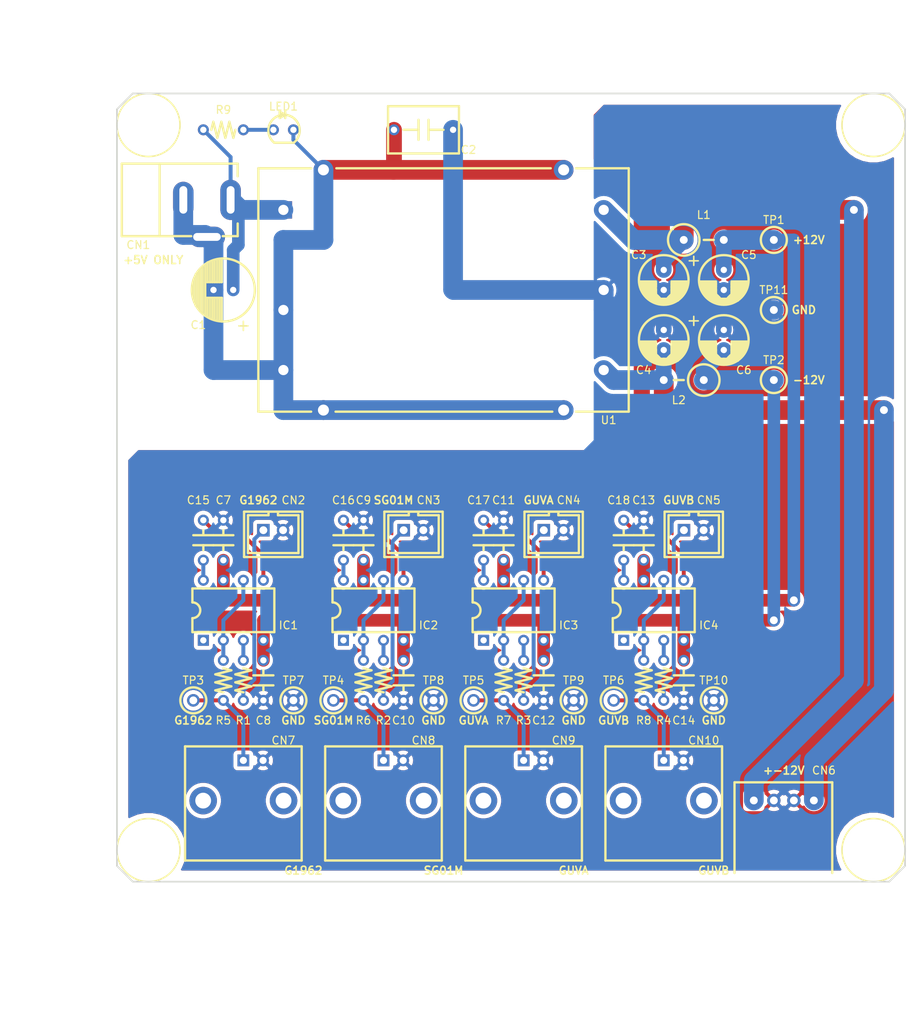
<source format=kicad_pcb>
(kicad_pcb (version 20171130) (host pcbnew "(5.1.12)-1")
  (title_block (title "2213 PHOTO DIODE BUFFER AMP") (rev 0) (comment 1 "designed by hamayan."))
  (layers (0 F.Cu signal) (31 B.Cu signal hide) (34 B.Paste user hide) (35 F.Paste user hide) (36 B.SilkS user) (37 F.SilkS user) (38 B.Mask user) (39 F.Mask user) (44 Edge.Cuts user))
  (net 0 "")
  (net 1 "Net-(C1-Pad1)")
  (net 2 "Net-(C1-Pad2)")
  (net 3 GND)
  (net 4 "Net-(C3-Pad1)")
  (net 5 "Net-(C4-Pad2)")
  (net 6 +12V)
  (net 7 -12V)
  (net 8 "Net-(C15-Pad1)")
  (net 9 "Net-(C15-Pad2)")
  (net 10 "Net-(C16-Pad2)")
  (net 11 "Net-(C16-Pad1)")
  (net 12 "Net-(C17-Pad1)")
  (net 13 "Net-(C17-Pad2)")
  (net 14 "Net-(C18-Pad2)")
  (net 15 "Net-(C18-Pad1)")
  (net 16 "Net-(CN2-Pad1)")
  (net 17 "Net-(CN3-Pad1)")
  (net 18 "Net-(CN4-Pad1)")
  (net 19 "Net-(CN5-Pad1)")
  (net 20 "Net-(CN7-Pad1)")
  (net 21 "Net-(CN8-Pad1)")
  (net 22 "Net-(CN9-Pad1)")
  (net 23 "Net-(CN10-Pad1)")
  (net 24 "Net-(IC1-Pad3)")
  (net 25 "Net-(IC1-Pad2)")
  (net 26 "Net-(IC1-Pad1)")
  (net 27 "Net-(IC2-Pad1)")
  (net 28 "Net-(IC2-Pad2)")
  (net 29 "Net-(IC2-Pad3)")
  (net 30 "Net-(IC3-Pad1)")
  (net 31 "Net-(IC3-Pad2)")
  (net 32 "Net-(IC3-Pad3)")
  (net 33 "Net-(IC4-Pad3)")
  (net 34 "Net-(IC4-Pad2)")
  (net 35 "Net-(IC4-Pad1)")
  (net 36 "Net-(LED1-Pad1)")
  (module footprint:cn_BNC_B-057-HP (layer F.Cu) (at 119.38 134.62 180)
    (fp_text reference CN10 (at -5.08 2.54) (layer F.SilkS))
    (fp_text value B-057-HP)
    (pad 4 thru_hole circle (at -5.1 -5.1 180) (size 3.5 3.5) (drill 2) (layers *.Cu *.Mask) (clearance 0.5))
    (pad 3 thru_hole circle (at 5.1 -5.1 180) (size 3.5 3.5) (drill 2) (layers *.Cu *.Mask) (clearance 0.5))
    (pad 2 thru_hole circle (at -2.5 0 180) (size 1.5 1.5) (drill 0.9) (layers *.Cu *.Mask) (net 3 GND))
    (pad 1 thru_hole rect (at 0 0 180) (size 1.5 1.5) (drill 0.9) (layers *.Cu *.Mask) (net 23 "Net-(CN10-Pad1)"))
  )
  (module footprint:cn_BNC_B-057-HP (layer F.Cu) (at 101.6 134.62 180)
    (fp_text reference CN9 (at -5.08 2.54) (layer F.SilkS))
    (fp_text value B-057-HP)
    (pad 4 thru_hole circle (at -5.1 -5.1 180) (size 3.5 3.5) (drill 2) (layers *.Cu *.Mask) (clearance 0.5))
    (pad 3 thru_hole circle (at 5.1 -5.1 180) (size 3.5 3.5) (drill 2) (layers *.Cu *.Mask) (clearance 0.5))
    (pad 2 thru_hole circle (at -2.5 0 180) (size 1.5 1.5) (drill 0.9) (layers *.Cu *.Mask) (net 3 GND))
    (pad 1 thru_hole rect (at 0 0 180) (size 1.5 1.5) (drill 0.9) (layers *.Cu *.Mask) (net 22 "Net-(CN9-Pad1)"))
  )
  (module footprint:cn_BNC_B-057-HP (layer F.Cu) (at 83.82 134.62 180)
    (fp_text reference CN8 (at -5.08 2.54) (layer F.SilkS))
    (fp_text value B-057-HP)
    (pad 4 thru_hole circle (at -5.1 -5.1 180) (size 3.5 3.5) (drill 2) (layers *.Cu *.Mask) (clearance 0.5))
    (pad 3 thru_hole circle (at 5.1 -5.1 180) (size 3.5 3.5) (drill 2) (layers *.Cu *.Mask) (clearance 0.5))
    (pad 2 thru_hole circle (at -2.5 0 180) (size 1.5 1.5) (drill 0.9) (layers *.Cu *.Mask) (net 3 GND))
    (pad 1 thru_hole rect (at 0 0 180) (size 1.5 1.5) (drill 0.9) (layers *.Cu *.Mask) (net 21 "Net-(CN8-Pad1)"))
  )
  (module footprint:cn_BNC_B-057-HP (layer F.Cu) (at 66.04 134.62 180)
    (fp_text reference CN7 (at -5.08 2.54) (layer F.SilkS))
    (fp_text value B-057-HP)
    (pad 4 thru_hole circle (at -5.1 -5.1 180) (size 3.5 3.5) (drill 2) (layers *.Cu *.Mask) (clearance 0.5))
    (pad 3 thru_hole circle (at 5.1 -5.1 180) (size 3.5 3.5) (drill 2) (layers *.Cu *.Mask) (clearance 0.5))
    (pad 2 thru_hole circle (at -2.5 0 180) (size 1.5 1.5) (drill 0.9) (layers *.Cu *.Mask) (net 3 GND))
    (pad 1 thru_hole rect (at 0 0 180) (size 1.5 1.5) (drill 0.9) (layers *.Cu *.Mask) (net 20 "Net-(CN7-Pad1)"))
  )
  (module MountingHole:MountingHole_3.5mm (layer F.Cu) (at 54 54)
    (fp_text reference REF** hide)
    (fp_text value MountingHole_3.5mm)
    (pad 1 np_thru_hole circle (at 0 0) (size 3.5 3.5) (drill 3.5) (layers *.Cu *.Mask))
  )
  (module MountingHole:MountingHole_3.5mm (layer F.Cu) (at 54 146.05)
    (fp_text reference REF** hide)
    (fp_text value MountingHole_3.5mm)
    (pad 1 np_thru_hole circle (at 0 0) (size 3.5 3.5) (drill 3.5) (layers *.Cu *.Mask))
  )
  (module MountingHole:MountingHole_3.5mm (layer F.Cu) (at 146 146)
    (fp_text reference REF** hide)
    (fp_text value MountingHole_3.5mm)
    (pad 1 np_thru_hole circle (at 0 0) (size 3.5 3.5) (drill 3.5) (layers *.Cu *.Mask))
  )
  (module MountingHole:MountingHole_3.5mm (layer F.Cu) (at 146 54)
    (fp_text reference REF** hide)
    (fp_text value MountingHole_3.5mm)
    (pad 1 np_thru_hole circle (at 0 0) (size 3.5 3.5) (drill 3.5) (layers *.Cu *.Mask))
  )
  (module footprint:CP_Radial_D8.00mm_P2.50mm (layer F.Cu) (at 63.5 74.93 180)
    (fp_text reference C1 (at 3.175 -4.445) (layer F.SilkS))
    (fp_text value 220uF/10V)
    (pad 1 thru_hole circle (at -1.25 0 180) (size 1.4 1.4) (drill 0.8) (layers *.Cu *.Mask) (net 1 "Net-(C1-Pad1)"))
    (pad 2 thru_hole circle (at 1.25 0 180) (size 1.4 1.4) (drill 0.8) (layers *.Cu *.Mask) (net 2 "Net-(C1-Pad2)"))
  )
  (module footprint:C_DEBB33F102KA (layer F.Cu) (at 88.9 54.61 180)
    (fp_text reference C2 (at -5.715 -2.54) (layer F.SilkS))
    (fp_text value 1000pF/3KV)
    (pad 1 thru_hole circle (at -3.75 0 180) (size 1.4 1.4) (drill 0.8) (layers *.Cu *.Mask) (net 3 GND))
    (pad 2 thru_hole circle (at 3.75 0 180) (size 1.4 1.4) (drill 0.8) (layers *.Cu *.Mask) (net 2 "Net-(C1-Pad2)"))
  )
  (module footprint:CP_D6R3_P2R5 (layer F.Cu) (at 119.38 73.66 270)
    (fp_text reference C3 (at -3.175 3.175 180) (layer F.SilkS))
    (fp_text value 10uF/25V)
    (pad 2 thru_hole circle (at 1.27 0 270) (size 1.4 1.4) (drill 0.8) (layers *.Cu *.Mask) (net 3 GND))
    (pad 1 thru_hole circle (at -1.27 0 270) (size 1.4 1.4) (drill 0.8) (layers *.Cu *.Mask) (net 4 "Net-(C3-Pad1)"))
  )
  (module footprint:CP_D6R3_P2R5 (layer F.Cu) (at 119.38 81.28 270)
    (fp_text reference C4 (at 3.81 2.54 180) (layer F.SilkS))
    (fp_text value 10uF/25V)
    (pad 1 thru_hole circle (at -1.27 0 270) (size 1.4 1.4) (drill 0.8) (layers *.Cu *.Mask) (net 3 GND))
    (pad 2 thru_hole circle (at 1.27 0 270) (size 1.4 1.4) (drill 0.8) (layers *.Cu *.Mask) (net 5 "Net-(C4-Pad2)"))
  )
  (module footprint:CP_D6R3_P2R5 (layer F.Cu) (at 127 73.66 270)
    (fp_text reference C5 (at -3.175 -3.175 180) (layer F.SilkS))
    (fp_text value 47uF/25V)
    (pad 1 thru_hole circle (at -1.27 0 270) (size 1.4 1.4) (drill 0.8) (layers *.Cu *.Mask) (net 6 +12V))
    (pad 2 thru_hole circle (at 1.27 0 270) (size 1.4 1.4) (drill 0.8) (layers *.Cu *.Mask) (net 3 GND))
  )
  (module footprint:CP_D6R3_P2R5 (layer F.Cu) (at 127 81.28 270)
    (fp_text reference C6 (at 3.81 -2.54 180) (layer F.SilkS))
    (fp_text value 47uF/25V)
    (pad 2 thru_hole circle (at 1.27 0 270) (size 1.4 1.4) (drill 0.8) (layers *.Cu *.Mask) (net 7 -12V))
    (pad 1 thru_hole circle (at -1.27 0 270) (size 1.4 1.4) (drill 0.8) (layers *.Cu *.Mask) (net 3 GND))
  )
  (module footprint:C_TH_5R08 (layer F.Cu) (at 60.96 106.68 270)
    (fp_text reference C15 (at -5.08 0.635 180) (layer F.SilkS))
    (fp_text value 51pF)
    (pad 1 thru_hole circle (at -2.54 0 270) (size 1.4 1.4) (drill 0.8) (layers *.Cu *.Mask) (net 8 "Net-(C15-Pad1)"))
    (pad 2 thru_hole circle (at 2.54 0 270) (size 1.4 1.4) (drill 0.8) (layers *.Cu *.Mask) (net 9 "Net-(C15-Pad2)"))
  )
  (module footprint:C_TH_5R08 (layer F.Cu) (at 78.74 106.68 270)
    (fp_text reference C16 (at -5.08 0 180) (layer F.SilkS))
    (fp_text value 51pF)
    (pad 2 thru_hole circle (at 2.54 0 270) (size 1.4 1.4) (drill 0.8) (layers *.Cu *.Mask) (net 10 "Net-(C16-Pad2)"))
    (pad 1 thru_hole circle (at -2.54 0 270) (size 1.4 1.4) (drill 0.8) (layers *.Cu *.Mask) (net 11 "Net-(C16-Pad1)"))
  )
  (module footprint:C_TH_5R08 (layer F.Cu) (at 96.52 106.68 270)
    (fp_text reference C17 (at -5.08 0.635 180) (layer F.SilkS))
    (fp_text value 51pF)
    (pad 1 thru_hole circle (at -2.54 0 270) (size 1.4 1.4) (drill 0.8) (layers *.Cu *.Mask) (net 12 "Net-(C17-Pad1)"))
    (pad 2 thru_hole circle (at 2.54 0 270) (size 1.4 1.4) (drill 0.8) (layers *.Cu *.Mask) (net 13 "Net-(C17-Pad2)"))
  )
  (module footprint:C_TH_5R08 (layer F.Cu) (at 114.3 106.68 270)
    (fp_text reference C18 (at -5.08 0.635 180) (layer F.SilkS))
    (fp_text value 51pF)
    (pad 2 thru_hole circle (at 2.54 0 270) (size 1.4 1.4) (drill 0.8) (layers *.Cu *.Mask) (net 14 "Net-(C18-Pad2)"))
    (pad 1 thru_hole circle (at -2.54 0 270) (size 1.4 1.4) (drill 0.8) (layers *.Cu *.Mask) (net 15 "Net-(C18-Pad1)"))
  )
  (module footprint:cn_MJ-179P (layer F.Cu) (at 64.42 63.5)
    (fp_text reference CN1 (at -11.715 5.715 180) (layer F.SilkS))
    (fp_text value MJ-179P)
    (pad 1 thru_hole oval (at 0 0) (size 2.6 5.1) (drill oval 1 3.5) (layers *.Cu *.Mask) (net 1 "Net-(C1-Pad1)"))
    (pad 2 thru_hole oval (at -6 0) (size 2.6 4.6) (drill oval 1 3.5) (layers *.Cu *.Mask) (net 2 "Net-(C1-Pad2)"))
    (pad 3 thru_hole oval (at -3 4.7) (size 4.6 2.6) (drill oval 3.5 1) (layers *.Cu *.Mask) (net 2 "Net-(C1-Pad2)"))
  )
  (module footprint:cn_B2B-XH-A (layer F.Cu) (at 69.83 105.41)
    (fp_text reference CN2 (at 2.56 -3.81) (layer F.SilkS))
    (fp_text value B2B-XH-A)
    (pad 2 thru_hole circle (at 1.25 0) (size 1.6 1.6) (drill 1) (layers *.Cu *.Mask) (net 3 GND))
    (pad 1 thru_hole rect (at -1.25 0) (size 1.6 1.6) (drill 1) (layers *.Cu *.Mask) (net 16 "Net-(CN2-Pad1)"))
  )
  (module footprint:cn_B2B-XH-A (layer F.Cu) (at 87.63 105.41)
    (fp_text reference CN3 (at 1.905 -3.81) (layer F.SilkS))
    (fp_text value B2B-XH-A)
    (pad 1 thru_hole rect (at -1.25 0) (size 1.6 1.6) (drill 1) (layers *.Cu *.Mask) (net 17 "Net-(CN3-Pad1)"))
    (pad 2 thru_hole circle (at 1.25 0) (size 1.6 1.6) (drill 1) (layers *.Cu *.Mask) (net 3 GND))
  )
  (module footprint:cn_B2B-XH-A (layer F.Cu) (at 105.41 105.41)
    (fp_text reference CN4 (at 1.905 -3.81) (layer F.SilkS))
    (fp_text value B2B-XH-A)
    (pad 1 thru_hole rect (at -1.25 0) (size 1.6 1.6) (drill 1) (layers *.Cu *.Mask) (net 18 "Net-(CN4-Pad1)"))
    (pad 2 thru_hole circle (at 1.25 0) (size 1.6 1.6) (drill 1) (layers *.Cu *.Mask) (net 3 GND))
  )
  (module footprint:cn_B2B-XH-A (layer F.Cu) (at 123.19 105.41)
    (fp_text reference CN5 (at 1.905 -3.81) (layer F.SilkS))
    (fp_text value B2B-XH-A)
    (pad 2 thru_hole circle (at 1.25 0) (size 1.6 1.6) (drill 1) (layers *.Cu *.Mask) (net 3 GND))
    (pad 1 thru_hole rect (at -1.25 0) (size 1.6 1.6) (drill 1) (layers *.Cu *.Mask) (net 19 "Net-(CN5-Pad1)"))
  )
  (module footprint:ic_DIP-8_W7.62mm (layer F.Cu) (at 60.96 119.38 90)
    (fp_text reference IC1 (at 1.905 10.795 180) (layer F.SilkS))
    (fp_text value NJM5534)
    (pad 8 thru_hole circle (at 7.62 0 90) (size 1.4 1.4) (drill 0.8) (layers *.Cu *.Mask) (net 9 "Net-(C15-Pad2)"))
    (pad 4 thru_hole circle (at 0 7.62 90) (size 1.4 1.4) (drill 0.8) (layers *.Cu *.Mask) (net 7 -12V))
    (pad 7 thru_hole circle (at 7.62 2.54 90) (size 1.4 1.4) (drill 0.8) (layers *.Cu *.Mask) (net 6 +12V))
    (pad 3 thru_hole circle (at 0 5.08 90) (size 1.4 1.4) (drill 0.8) (layers *.Cu *.Mask) (net 24 "Net-(IC1-Pad3)"))
    (pad 6 thru_hole circle (at 7.62 5.08 90) (size 1.4 1.4) (drill 0.8) (layers *.Cu *.Mask) (net 25 "Net-(IC1-Pad2)"))
    (pad 2 thru_hole circle (at 0 2.54 90) (size 1.4 1.4) (drill 0.8) (layers *.Cu *.Mask) (net 25 "Net-(IC1-Pad2)"))
    (pad 5 thru_hole circle (at 7.62 7.62 90) (size 1.4 1.4) (drill 0.8) (layers *.Cu *.Mask) (net 8 "Net-(C15-Pad1)"))
    (pad 1 thru_hole rect (at 0 0 90) (size 1.4 1.4) (drill 0.8) (layers *.Cu *.Mask) (net 26 "Net-(IC1-Pad1)"))
  )
  (module footprint:ic_DIP-8_W7.62mm (layer F.Cu) (at 78.74 119.38 90)
    (fp_text reference IC2 (at 1.905 10.795 180) (layer F.SilkS))
    (fp_text value NJM5534)
    (pad 1 thru_hole rect (at 0 0 90) (size 1.4 1.4) (drill 0.8) (layers *.Cu *.Mask) (net 27 "Net-(IC2-Pad1)"))
    (pad 5 thru_hole circle (at 7.62 7.62 90) (size 1.4 1.4) (drill 0.8) (layers *.Cu *.Mask) (net 11 "Net-(C16-Pad1)"))
    (pad 2 thru_hole circle (at 0 2.54 90) (size 1.4 1.4) (drill 0.8) (layers *.Cu *.Mask) (net 28 "Net-(IC2-Pad2)"))
    (pad 6 thru_hole circle (at 7.62 5.08 90) (size 1.4 1.4) (drill 0.8) (layers *.Cu *.Mask) (net 28 "Net-(IC2-Pad2)"))
    (pad 3 thru_hole circle (at 0 5.08 90) (size 1.4 1.4) (drill 0.8) (layers *.Cu *.Mask) (net 29 "Net-(IC2-Pad3)"))
    (pad 7 thru_hole circle (at 7.62 2.54 90) (size 1.4 1.4) (drill 0.8) (layers *.Cu *.Mask) (net 6 +12V))
    (pad 4 thru_hole circle (at 0 7.62 90) (size 1.4 1.4) (drill 0.8) (layers *.Cu *.Mask) (net 7 -12V))
    (pad 8 thru_hole circle (at 7.62 0 90) (size 1.4 1.4) (drill 0.8) (layers *.Cu *.Mask) (net 10 "Net-(C16-Pad2)"))
  )
  (module footprint:ic_DIP-8_W7.62mm (layer F.Cu) (at 96.52 119.38 90)
    (fp_text reference IC3 (at 1.905 10.795 180) (layer F.SilkS))
    (fp_text value NJM5534)
    (pad 1 thru_hole rect (at 0 0 90) (size 1.4 1.4) (drill 0.8) (layers *.Cu *.Mask) (net 30 "Net-(IC3-Pad1)"))
    (pad 5 thru_hole circle (at 7.62 7.62 90) (size 1.4 1.4) (drill 0.8) (layers *.Cu *.Mask) (net 12 "Net-(C17-Pad1)"))
    (pad 2 thru_hole circle (at 0 2.54 90) (size 1.4 1.4) (drill 0.8) (layers *.Cu *.Mask) (net 31 "Net-(IC3-Pad2)"))
    (pad 6 thru_hole circle (at 7.62 5.08 90) (size 1.4 1.4) (drill 0.8) (layers *.Cu *.Mask) (net 31 "Net-(IC3-Pad2)"))
    (pad 3 thru_hole circle (at 0 5.08 90) (size 1.4 1.4) (drill 0.8) (layers *.Cu *.Mask) (net 32 "Net-(IC3-Pad3)"))
    (pad 7 thru_hole circle (at 7.62 2.54 90) (size 1.4 1.4) (drill 0.8) (layers *.Cu *.Mask) (net 6 +12V))
    (pad 4 thru_hole circle (at 0 7.62 90) (size 1.4 1.4) (drill 0.8) (layers *.Cu *.Mask) (net 7 -12V))
    (pad 8 thru_hole circle (at 7.62 0 90) (size 1.4 1.4) (drill 0.8) (layers *.Cu *.Mask) (net 13 "Net-(C17-Pad2)"))
  )
  (module footprint:ic_DIP-8_W7.62mm (layer F.Cu) (at 114.3 119.38 90)
    (fp_text reference IC4 (at 1.905 10.795 180) (layer F.SilkS))
    (fp_text value NJM5534)
    (pad 8 thru_hole circle (at 7.62 0 90) (size 1.4 1.4) (drill 0.8) (layers *.Cu *.Mask) (net 14 "Net-(C18-Pad2)"))
    (pad 4 thru_hole circle (at 0 7.62 90) (size 1.4 1.4) (drill 0.8) (layers *.Cu *.Mask) (net 7 -12V))
    (pad 7 thru_hole circle (at 7.62 2.54 90) (size 1.4 1.4) (drill 0.8) (layers *.Cu *.Mask) (net 6 +12V))
    (pad 3 thru_hole circle (at 0 5.08 90) (size 1.4 1.4) (drill 0.8) (layers *.Cu *.Mask) (net 33 "Net-(IC4-Pad3)"))
    (pad 6 thru_hole circle (at 7.62 5.08 90) (size 1.4 1.4) (drill 0.8) (layers *.Cu *.Mask) (net 34 "Net-(IC4-Pad2)"))
    (pad 2 thru_hole circle (at 0 2.54 90) (size 1.4 1.4) (drill 0.8) (layers *.Cu *.Mask) (net 34 "Net-(IC4-Pad2)"))
    (pad 5 thru_hole circle (at 7.62 7.62 90) (size 1.4 1.4) (drill 0.8) (layers *.Cu *.Mask) (net 15 "Net-(C18-Pad1)"))
    (pad 1 thru_hole rect (at 0 0 90) (size 1.4 1.4) (drill 0.8) (layers *.Cu *.Mask) (net 35 "Net-(IC4-Pad1)"))
  )
  (module footprint:l_LAL04SK4R7K (layer F.Cu) (at 121.92 68.58)
    (fp_text reference L1 (at 2.54 -3.175) (layer F.SilkS))
    (fp_text value 4.7uH)
    (pad 2 thru_hole circle (at 5.08 0) (size 1.6 1.6) (drill 1) (layers *.Cu *.Mask) (net 6 +12V))
    (pad 1 thru_hole circle (at 0 0) (size 1.6 1.6) (drill 1) (layers *.Cu *.Mask) (net 4 "Net-(C3-Pad1)"))
  )
  (module footprint:l_LAL04SK4R7K (layer F.Cu) (at 124.46 86.36 180)
    (fp_text reference L2 (at 3.175 -2.54) (layer F.SilkS))
    (fp_text value 4.7uH)
    (pad 1 thru_hole circle (at 0 0 180) (size 1.6 1.6) (drill 1) (layers *.Cu *.Mask) (net 7 -12V))
    (pad 2 thru_hole circle (at 5.08 0 180) (size 1.6 1.6) (drill 1) (layers *.Cu *.Mask) (net 5 "Net-(C4-Pad2)"))
  )
  (module footprint:tp_LC-2-G (layer F.Cu) (at 133.35 68.58)
    (fp_text reference TP1 (at 0 -2.54) (layer F.SilkS))
    (fp_text value LC-2-G)
    (pad 1 thru_hole circle (at 0 0) (size 1.6 1.6) (drill 1) (layers *.Cu *.Mask) (net 6 +12V))
  )
  (module footprint:tp_LC-2-G (layer F.Cu) (at 133.35 86.36)
    (fp_text reference TP2 (at 0 -2.54) (layer F.SilkS))
    (fp_text value LC-2-G)
    (pad 1 thru_hole circle (at 0 0) (size 1.6 1.6) (drill 1) (layers *.Cu *.Mask) (net 7 -12V))
  )
  (module footprint:tp_LC-2-G (layer F.Cu) (at 59.69 127)
    (fp_text reference TP3 (at 0 -2.54) (layer F.SilkS))
    (fp_text value LC-2-G)
    (pad 1 thru_hole circle (at 0 0) (size 1.6 1.6) (drill 1) (layers *.Cu *.Mask) (net 20 "Net-(CN7-Pad1)"))
  )
  (module footprint:tp_LC-2-G (layer F.Cu) (at 77.47 127)
    (fp_text reference TP4 (at 0 -2.54) (layer F.SilkS))
    (fp_text value LC-2-G)
    (pad 1 thru_hole circle (at 0 0) (size 1.6 1.6) (drill 1) (layers *.Cu *.Mask) (net 21 "Net-(CN8-Pad1)"))
  )
  (module footprint:tp_LC-2-G (layer F.Cu) (at 95.25 127)
    (fp_text reference TP5 (at 0 -2.54) (layer F.SilkS))
    (fp_text value LC-2-G)
    (pad 1 thru_hole circle (at 0 0) (size 1.6 1.6) (drill 1) (layers *.Cu *.Mask) (net 22 "Net-(CN9-Pad1)"))
  )
  (module footprint:tp_LC-2-G (layer F.Cu) (at 113.03 127)
    (fp_text reference TP6 (at 0 -2.54) (layer F.SilkS))
    (fp_text value LC-2-G)
    (pad 1 thru_hole circle (at 0 0) (size 1.6 1.6) (drill 1) (layers *.Cu *.Mask) (net 23 "Net-(CN10-Pad1)"))
  )
  (module footprint:tp_LC-2-G (layer F.Cu) (at 72.39 127)
    (fp_text reference TP7 (at 0 -2.54) (layer F.SilkS))
    (fp_text value ST-2-1)
    (pad 1 thru_hole circle (at 0 0) (size 1.6 1.6) (drill 1) (layers *.Cu *.Mask) (net 3 GND))
  )
  (module footprint:tp_LC-2-G (layer F.Cu) (at 90.17 127)
    (fp_text reference TP8 (at 0 -2.54) (layer F.SilkS))
    (fp_text value ST-2-1)
    (pad 1 thru_hole circle (at 0 0) (size 1.6 1.6) (drill 1) (layers *.Cu *.Mask) (net 3 GND))
  )
  (module footprint:tp_LC-2-G (layer F.Cu) (at 107.95 127)
    (fp_text reference TP9 (at 0 -2.54) (layer F.SilkS))
    (fp_text value ST-2-1)
    (pad 1 thru_hole circle (at 0 0) (size 1.6 1.6) (drill 1) (layers *.Cu *.Mask) (net 3 GND))
  )
  (module footprint:tp_LC-2-G (layer F.Cu) (at 125.73 127)
    (fp_text reference TP10 (at 0 -2.54) (layer F.SilkS))
    (fp_text value ST-2-1)
    (pad 1 thru_hole circle (at 0 0) (size 1.6 1.6) (drill 1) (layers *.Cu *.Mask) (net 3 GND))
  )
  (module footprint:tp_LC-2-G (layer F.Cu) (at 133.35 77.47)
    (fp_text reference TP11 (at 0 -2.54) (layer F.SilkS))
    (fp_text value ST-2-1)
    (pad 1 thru_hole circle (at 0 0) (size 1.6 1.6) (drill 1) (layers *.Cu *.Mask) (net 3 GND))
  )
  (module footprint:u_SQT5-24S05 (layer F.Cu) (at 91.44 74.93)
    (fp_text reference U1 (at 20.955 16.51) (layer F.SilkS))
    (fp_text value SQT5-12D0_5A)
    (pad 1 thru_hole rect (at -20.32 -10.16) (size 2.2 2.2) (drill 1.3) (layers *.Cu *.Mask) (net 1 "Net-(C1-Pad1)"))
    (pad 2 thru_hole circle (at -20.32 2.54) (size 2.2 2.2) (drill 1.3) (layers *.Cu *.Mask) (net 2 "Net-(C1-Pad2)"))
    (pad 3 thru_hole circle (at -20.32 10.16) (size 2.2 2.2) (drill 1.3) (layers *.Cu *.Mask) (net 2 "Net-(C1-Pad2)"))
    (pad 4 thru_hole circle (at 20.32 -10.16) (size 2.2 2.2) (drill 1.3) (layers *.Cu *.Mask) (net 4 "Net-(C3-Pad1)"))
    (pad 5 thru_hole circle (at 20.32 0) (size 2.2 2.2) (drill 1.3) (layers *.Cu *.Mask) (net 3 GND))
    (pad 6 thru_hole circle (at 20.32 10.16) (size 2.2 2.2) (drill 1.3) (layers *.Cu *.Mask) (net 5 "Net-(C4-Pad2)"))
    (pad 7 thru_hole circle (at -15.24 -15.24) (size 2.5 2.5) (drill 1.4) (layers *.Cu *.Mask) (net 2 "Net-(C1-Pad2)"))
    (pad 8 thru_hole circle (at -15.24 15.24) (size 2.5 2.5) (drill 1.4) (layers *.Cu *.Mask) (net 2 "Net-(C1-Pad2)"))
    (pad 9 thru_hole circle (at 15.24 -15.24) (size 2.5 2.5) (drill 1.4) (layers *.Cu *.Mask) (net 2 "Net-(C1-Pad2)"))
    (pad 10 thru_hole circle (at 15.24 15.24) (size 2.5 2.5) (drill 1.4) (layers *.Cu *.Mask) (net 2 "Net-(C1-Pad2)"))
  )
  (module footprint:cn_S4B-XH-A (layer F.Cu) (at 130.81 139.7)
    (fp_text reference CN6 (at 8.89 -3.81) (layer F.SilkS))
    (fp_text value S4B-XH-A)
    (pad 1 thru_hole rect (at 0 0) (size 1.7 1.7) (drill 1) (layers *.Cu *.Mask) (net 4 "Net-(C3-Pad1)"))
    (pad 2 thru_hole circle (at 2.54 0) (size 1.7 1.7) (drill 1) (layers *.Cu *.Mask) (net 3 GND))
    (pad 3 thru_hole circle (at 5.08 0) (size 1.7 1.7) (drill 1) (layers *.Cu *.Mask) (net 3 GND))
    (pad 4 thru_hole circle (at 7.62 0) (size 1.7 1.7) (drill 1) (layers *.Cu *.Mask) (net 5 "Net-(C4-Pad2)"))
  )
  (module footprint:C_TH_5R08 (layer F.Cu) (at 63.5 106.68 90)
    (fp_text reference C7 (at 5.08 0 180) (layer F.SilkS))
    (fp_text value 0.1uF)
    (pad 1 thru_hole circle (at -2.54 0 90) (size 1.4 1.4) (drill 0.8) (layers *.Cu *.Mask) (net 6 +12V))
    (pad 2 thru_hole circle (at 2.54 0 90) (size 1.4 1.4) (drill 0.8) (layers *.Cu *.Mask) (net 3 GND))
  )
  (module footprint:C_TH_5R08 (layer F.Cu) (at 68.58 124.46 270)
    (fp_text reference C8 (at 5.08 0 180) (layer F.SilkS))
    (fp_text value 0.1uF)
    (pad 2 thru_hole circle (at 2.54 0 270) (size 1.4 1.4) (drill 0.8) (layers *.Cu *.Mask) (net 3 GND))
    (pad 1 thru_hole circle (at -2.54 0 270) (size 1.4 1.4) (drill 0.8) (layers *.Cu *.Mask) (net 7 -12V))
  )
  (module footprint:C_TH_5R08 (layer F.Cu) (at 81.28 106.68 90)
    (fp_text reference C9 (at 5.08 0 180) (layer F.SilkS))
    (fp_text value 0.1uF)
    (pad 2 thru_hole circle (at 2.54 0 90) (size 1.4 1.4) (drill 0.8) (layers *.Cu *.Mask) (net 3 GND))
    (pad 1 thru_hole circle (at -2.54 0 90) (size 1.4 1.4) (drill 0.8) (layers *.Cu *.Mask) (net 6 +12V))
  )
  (module footprint:C_TH_5R08 (layer F.Cu) (at 86.36 124.46 270)
    (fp_text reference C10 (at 5.08 0 180) (layer F.SilkS))
    (fp_text value 0.1uF)
    (pad 1 thru_hole circle (at -2.54 0 270) (size 1.4 1.4) (drill 0.8) (layers *.Cu *.Mask) (net 7 -12V))
    (pad 2 thru_hole circle (at 2.54 0 270) (size 1.4 1.4) (drill 0.8) (layers *.Cu *.Mask) (net 3 GND))
  )
  (module footprint:C_TH_5R08 (layer F.Cu) (at 99.06 106.68 90)
    (fp_text reference C11 (at 5.08 0 180) (layer F.SilkS))
    (fp_text value 0.1uF)
    (pad 2 thru_hole circle (at 2.54 0 90) (size 1.4 1.4) (drill 0.8) (layers *.Cu *.Mask) (net 3 GND))
    (pad 1 thru_hole circle (at -2.54 0 90) (size 1.4 1.4) (drill 0.8) (layers *.Cu *.Mask) (net 6 +12V))
  )
  (module footprint:C_TH_5R08 (layer F.Cu) (at 104.14 124.46 270)
    (fp_text reference C12 (at 5.08 0 180) (layer F.SilkS))
    (fp_text value 0.1uF)
    (pad 1 thru_hole circle (at -2.54 0 270) (size 1.4 1.4) (drill 0.8) (layers *.Cu *.Mask) (net 7 -12V))
    (pad 2 thru_hole circle (at 2.54 0 270) (size 1.4 1.4) (drill 0.8) (layers *.Cu *.Mask) (net 3 GND))
  )
  (module footprint:C_TH_5R08 (layer F.Cu) (at 116.84 106.68 90)
    (fp_text reference C13 (at 5.08 0 180) (layer F.SilkS))
    (fp_text value 0.1uF)
    (pad 1 thru_hole circle (at -2.54 0 90) (size 1.4 1.4) (drill 0.8) (layers *.Cu *.Mask) (net 6 +12V))
    (pad 2 thru_hole circle (at 2.54 0 90) (size 1.4 1.4) (drill 0.8) (layers *.Cu *.Mask) (net 3 GND))
  )
  (module footprint:C_TH_5R08 (layer F.Cu) (at 121.92 124.46 270)
    (fp_text reference C14 (at 5.08 0 180) (layer F.SilkS))
    (fp_text value 0.1uF)
    (pad 2 thru_hole circle (at 2.54 0 270) (size 1.4 1.4) (drill 0.8) (layers *.Cu *.Mask) (net 3 GND))
    (pad 1 thru_hole circle (at -2.54 0 270) (size 1.4 1.4) (drill 0.8) (layers *.Cu *.Mask) (net 7 -12V))
  )
  (module footprint:R_TH_5R08 (layer F.Cu) (at 66.04 124.46 270)
    (fp_text reference R1 (at 5.08 0 180) (layer F.SilkS))
    (fp_text value 1K)
    (pad 2 thru_hole circle (at 2.54 0 270) (size 1.4 1.4) (drill 0.8) (layers *.Cu *.Mask) (net 16 "Net-(CN2-Pad1)"))
    (pad 1 thru_hole circle (at -2.54 0 270) (size 1.4 1.4) (drill 0.8) (layers *.Cu *.Mask) (net 24 "Net-(IC1-Pad3)"))
  )
  (module footprint:R_TH_5R08 (layer F.Cu) (at 83.82 124.46 270)
    (fp_text reference R2 (at 5.08 0 180) (layer F.SilkS))
    (fp_text value 1K)
    (pad 1 thru_hole circle (at -2.54 0 270) (size 1.4 1.4) (drill 0.8) (layers *.Cu *.Mask) (net 29 "Net-(IC2-Pad3)"))
    (pad 2 thru_hole circle (at 2.54 0 270) (size 1.4 1.4) (drill 0.8) (layers *.Cu *.Mask) (net 17 "Net-(CN3-Pad1)"))
  )
  (module footprint:R_TH_5R08 (layer F.Cu) (at 101.6 124.46 270)
    (fp_text reference R3 (at 5.08 0 180) (layer F.SilkS))
    (fp_text value 1K)
    (pad 1 thru_hole circle (at -2.54 0 270) (size 1.4 1.4) (drill 0.8) (layers *.Cu *.Mask) (net 32 "Net-(IC3-Pad3)"))
    (pad 2 thru_hole circle (at 2.54 0 270) (size 1.4 1.4) (drill 0.8) (layers *.Cu *.Mask) (net 18 "Net-(CN4-Pad1)"))
  )
  (module footprint:R_TH_5R08 (layer F.Cu) (at 119.38 124.46 270)
    (fp_text reference R4 (at 5.08 0 180) (layer F.SilkS))
    (fp_text value 1K)
    (pad 2 thru_hole circle (at 2.54 0 270) (size 1.4 1.4) (drill 0.8) (layers *.Cu *.Mask) (net 19 "Net-(CN5-Pad1)"))
    (pad 1 thru_hole circle (at -2.54 0 270) (size 1.4 1.4) (drill 0.8) (layers *.Cu *.Mask) (net 33 "Net-(IC4-Pad3)"))
  )
  (module footprint:R_TH_5R08 (layer F.Cu) (at 63.5 124.46 90)
    (fp_text reference R5 (at -5.08 0 180) (layer F.SilkS))
    (fp_text value 51)
    (pad 2 thru_hole circle (at 2.54 0 90) (size 1.4 1.4) (drill 0.8) (layers *.Cu *.Mask) (net 25 "Net-(IC1-Pad2)"))
    (pad 1 thru_hole circle (at -2.54 0 90) (size 1.4 1.4) (drill 0.8) (layers *.Cu *.Mask) (net 20 "Net-(CN7-Pad1)"))
  )
  (module footprint:R_TH_5R08 (layer F.Cu) (at 81.28 124.46 90)
    (fp_text reference R6 (at -5.08 0 180) (layer F.SilkS))
    (fp_text value 51)
    (pad 1 thru_hole circle (at -2.54 0 90) (size 1.4 1.4) (drill 0.8) (layers *.Cu *.Mask) (net 21 "Net-(CN8-Pad1)"))
    (pad 2 thru_hole circle (at 2.54 0 90) (size 1.4 1.4) (drill 0.8) (layers *.Cu *.Mask) (net 28 "Net-(IC2-Pad2)"))
  )
  (module footprint:R_TH_5R08 (layer F.Cu) (at 99.06 124.46 90)
    (fp_text reference R7 (at -5.08 0 180) (layer F.SilkS))
    (fp_text value 51)
    (pad 1 thru_hole circle (at -2.54 0 90) (size 1.4 1.4) (drill 0.8) (layers *.Cu *.Mask) (net 22 "Net-(CN9-Pad1)"))
    (pad 2 thru_hole circle (at 2.54 0 90) (size 1.4 1.4) (drill 0.8) (layers *.Cu *.Mask) (net 31 "Net-(IC3-Pad2)"))
  )
  (module footprint:R_TH_5R08 (layer F.Cu) (at 116.84 124.46 90)
    (fp_text reference R8 (at -5.08 0 180) (layer F.SilkS))
    (fp_text value 51)
    (pad 2 thru_hole circle (at 2.54 0 90) (size 1.4 1.4) (drill 0.8) (layers *.Cu *.Mask) (net 34 "Net-(IC4-Pad2)"))
    (pad 1 thru_hole circle (at -2.54 0 90) (size 1.4 1.4) (drill 0.8) (layers *.Cu *.Mask) (net 23 "Net-(CN10-Pad1)"))
  )
  (module footprint:LED_D3.0mm_center (layer F.Cu) (at 71.12 54.61)
    (fp_text reference LED1 (at 0 -2.96) (layer F.SilkS))
    (fp_text value GREEN)
    (pad 1 thru_hole circle (at -1.27 0) (size 1.4 1.4) (drill 0.8) (layers *.Cu *.Mask) (net 36 "Net-(LED1-Pad1)"))
    (pad 2 thru_hole circle (at 1.27 0) (size 1.4 1.4) (drill 0.8) (layers *.Cu *.Mask) (net 2 "Net-(C1-Pad2)"))
  )
  (module footprint:R_TH_5R08 (layer F.Cu) (at 63.5 54.61)
    (fp_text reference R9 (at 0 -2.54) (layer F.SilkS))
    (fp_text value 470)
    (pad 1 thru_hole circle (at -2.54 0) (size 1.4 1.4) (drill 0.8) (layers *.Cu *.Mask) (net 1 "Net-(C1-Pad1)"))
    (pad 2 thru_hole circle (at 2.54 0) (size 1.4 1.4) (drill 0.8) (layers *.Cu *.Mask) (net 36 "Net-(LED1-Pad1)"))
  )
  (gr_text "+5V ONLY" (at 54.61 71.12) (layer F.SilkS) (effects (font (size 1 1) (thickness 0.2))))
  (gr_text + (at 123.19 78.74) (layer F.SilkS) (effects (font (size 1.5 1.5) (thickness 0.2))))
  (gr_text + (at 123.19 71.12) (layer F.SilkS) (effects (font (size 1.5 1.5) (thickness 0.2))))
  (gr_text +-12V (at 134.62 135.89) (layer F.SilkS) (effects (font (size 1 1) (thickness 0.2))))
  (gr_text GUVB (at 125.73 148.59) (layer F.SilkS) (effects (font (size 1 1) (thickness 0.2))))
  (gr_text GUVA (at 107.95 148.59) (layer F.SilkS) (effects (font (size 1 1) (thickness 0.2))))
  (gr_text SG01M (at 91.44 148.59) (layer F.SilkS) (effects (font (size 1 1) (thickness 0.2))))
  (gr_text G1962 (at 73.66 148.59) (layer F.SilkS) (effects (font (size 1 1) (thickness 0.2))))
  (gr_text GUVB (at 113.03 129.54) (layer F.SilkS) (effects (font (size 1 1) (thickness 0.2))))
  (gr_text GUVA (at 95.25 129.54) (layer F.SilkS) (effects (font (size 1 1) (thickness 0.2))))
  (gr_text SG01M (at 77.47 129.54) (layer F.SilkS) (effects (font (size 1 1) (thickness 0.2))))
  (gr_text G1962 (at 59.69 129.54) (layer F.SilkS) (effects (font (size 1 1) (thickness 0.2))))
  (gr_text GND (at 72.39 129.54) (layer F.SilkS) (effects (font (size 1 1) (thickness 0.2))))
  (gr_text GND (at 90.17 129.54) (layer F.SilkS) (effects (font (size 1 1) (thickness 0.2))))
  (gr_text GND (at 107.95 129.54) (layer F.SilkS) (effects (font (size 1 1) (thickness 0.2))))
  (gr_text GND (at 125.73 129.54) (layer F.SilkS) (effects (font (size 1 1) (thickness 0.2))))
  (gr_text G1962 (at 67.945 101.6) (layer F.SilkS) (effects (font (size 1 1) (thickness 0.2))))
  (gr_text SG01M (at 85.09 101.6) (layer F.SilkS) (effects (font (size 1 1) (thickness 0.2))))
  (gr_text GUVA (at 103.505 101.6) (layer F.SilkS) (effects (font (size 1 1) (thickness 0.2))))
  (gr_text GUVB (at 121.285 101.6) (layer F.SilkS) (effects (font (size 1 1) (thickness 0.2))))
  (gr_text -12V (at 137.795 86.36) (layer F.SilkS) (effects (font (size 1 1) (thickness 0.2))))
  (gr_text GND (at 137.16 77.47) (layer F.SilkS) (effects (font (size 1 1) (thickness 0.2))))
  (gr_text +12V (at 137.795 68.58) (layer F.SilkS) (effects (font (size 1 1) (thickness 0.2))))
  (gr_text + (at 66.04 79.375) (layer F.SilkS) (effects (font (size 1.5 1.5) (thickness 0.2))))
  (gr_line (start 52 150) (end 148 150) (layer Edge.Cuts) (width 0.2))
  (gr_line (start 50 52) (end 50 148) (layer Edge.Cuts) (width 0.2))
  (gr_line (start 148 50) (end 52 50) (layer Edge.Cuts) (width 0.2))
  (gr_line (start 150 148) (end 150 52) (layer Edge.Cuts) (width 0.2))
  (gr_circle (center 146 146) (end 142 146) (layer F.SilkS) (width 0.2))
  (gr_circle (center 146 54) (end 142 54) (layer F.SilkS) (width 0.2))
  (gr_circle (center 54 54) (end 58 54) (layer F.SilkS) (width 0.2))
  (gr_circle (center 54 146) (end 58 146) (layer F.SilkS) (width 0.2))
  (gr_line (start 150 52) (end 148 50) (layer Edge.Cuts) (width 0.2))
  (gr_line (start 148 150) (end 150 148) (layer Edge.Cuts) (width 0.2))
  (gr_line (start 50 148) (end 52 150) (layer Edge.Cuts) (width 0.2))
  (gr_line (start 50 52) (end 52 50) (layer Edge.Cuts) (width 0.2))
  (segment (start 64.75 74.93) (end 64.75 69.87) (width 1.6) (layer B.Cu) (net 1))
  (segment (start 64.75 69.87) (end 65.405 69.215) (width 1.6) (layer B.Cu) (net 1))
  (segment (start 65.405 64.485) (end 64.42 63.5) (width 1.6) (layer B.Cu) (net 1))
  (segment (start 65.405 69.215) (end 65.405 64.485) (width 1.6) (layer B.Cu) (net 1))
  (segment (start 65.69 64.77) (end 64.42 63.5) (width 2.5) (layer B.Cu) (net 1))
  (segment (start 71.12 64.77) (end 65.69 64.77) (width 2.5) (layer B.Cu) (net 1))
  (segment (start 64.42 63.5) (end 64.42 58.07) (width 0.5) (layer B.Cu) (net 1))
  (segment (start 64.42 58.07) (end 60.96 54.61) (width 0.5) (layer B.Cu) (net 1))
  (segment (start 58.42 63.5) (end 58.42 67.945) (width 2.5) (layer B.Cu) (net 2))
  (segment (start 61.165 67.945) (end 61.42 68.2) (width 2.5) (layer B.Cu) (net 2))
  (segment (start 58.42 67.945) (end 61.165 67.945) (width 2.5) (layer B.Cu) (net 2))
  (segment (start 71.12 77.47) (end 71.12 85.09) (width 2.5) (layer B.Cu) (net 2))
  (segment (start 71.12 85.09) (end 71.12 90.17) (width 2.5) (layer B.Cu) (net 2))
  (segment (start 71.12 90.17) (end 76.2 90.17) (width 2.5) (layer B.Cu) (net 2))
  (segment (start 76.2 90.17) (end 106.68 90.17) (width 2.5) (layer B.Cu) (net 2))
  (segment (start 62.25 69.03) (end 61.42 68.2) (width 2.5) (layer B.Cu) (net 2))
  (segment (start 62.25 74.93) (end 62.25 69.03) (width 2.5) (layer B.Cu) (net 2))
  (segment (start 62.25 74.93) (end 62.25 85.07) (width 2.5) (layer B.Cu) (net 2))
  (segment (start 62.27 85.09) (end 71.12 85.09) (width 2.5) (layer B.Cu) (net 2))
  (segment (start 62.25 85.07) (end 62.27 85.09) (width 2.5) (layer B.Cu) (net 2))
  (segment (start 71.12 77.47) (end 71.12 68.58) (width 2.5) (layer B.Cu) (net 2))
  (segment (start 71.12 68.58) (end 76.2 68.58) (width 2.5) (layer B.Cu) (net 2))
  (segment (start 76.2 68.58) (end 76.2 59.69) (width 2.5) (layer B.Cu) (net 2))
  (segment (start 85.15 59.63) (end 85.09 59.69) (width 2) (layer F.Cu) (net 2))
  (segment (start 85.15 54.61) (end 85.15 59.63) (width 2) (layer F.Cu) (net 2))
  (segment (start 85.09 59.69) (end 76.2 59.69) (width 2.5) (layer F.Cu) (net 2))
  (segment (start 106.68 59.69) (end 85.09 59.69) (width 2.5) (layer F.Cu) (net 2))
  (segment (start 72.39 55.88) (end 72.39 54.61) (width 0.5) (layer B.Cu) (net 2))
  (segment (start 76.2 59.69) (end 72.39 55.88) (width 0.5) (layer B.Cu) (net 2))
  (segment (start 119.38 71.12) (end 121.92 68.58) (width 2) (layer B.Cu) (net 4))
  (segment (start 119.38 72.39) (end 119.38 71.12) (width 2) (layer B.Cu) (net 4))
  (segment (start 115.57 68.58) (end 111.76 64.77) (width 2.5) (layer B.Cu) (net 4))
  (segment (start 121.92 68.58) (end 115.57 68.58) (width 2.5) (layer B.Cu) (net 4))
  (segment (start 119.38 82.55) (end 119.38 86.36) (width 2) (layer B.Cu) (net 5))
  (segment (start 113.03 86.36) (end 111.76 85.09) (width 2.5) (layer B.Cu) (net 5))
  (segment (start 119.38 86.36) (end 113.03 86.36) (width 2.5) (layer B.Cu) (net 5))
  (segment (start 127 72.39) (end 127 68.58) (width 2) (layer B.Cu) (net 6))
  (segment (start 127 68.58) (end 133.35 68.58) (width 2.5) (layer B.Cu) (net 6))
  (segment (start 124.46 85.09) (end 127 82.55) (width 2) (layer B.Cu) (net 7))
  (segment (start 124.46 86.36) (end 124.46 85.09) (width 2) (layer B.Cu) (net 7))
  (segment (start 124.46 86.36) (end 133.35 86.36) (width 2.5) (layer B.Cu) (net 7))
  (segment (start 92.65 54.61) (end 92.65 74.87) (width 2.5) (layer B.Cu) (net 3))
  (segment (start 92.71 74.93) (end 111.76 74.93) (width 2.5) (layer B.Cu) (net 3))
  (segment (start 92.65 74.87) (end 92.71 74.93) (width 2.5) (layer B.Cu) (net 3))
  (segment (start 111.76 77.47) (end 111.76 74.93) (width 2.5) (layer B.Cu) (net 3))
  (segment (start 119.38 77.47) (end 119.38 74.93) (width 2) (layer B.Cu) (net 3))
  (segment (start 119.38 77.47) (end 111.76 77.47) (width 2.5) (layer B.Cu) (net 3))
  (segment (start 127 77.47) (end 127 74.93) (width 2) (layer B.Cu) (net 3))
  (segment (start 133.35 77.47) (end 127 77.47) (width 2.5) (layer B.Cu) (net 3))
  (segment (start 127 77.47) (end 119.38 77.47) (width 2.5) (layer B.Cu) (net 3))
  (segment (start 127 77.47) (end 127 80.01) (width 2) (layer B.Cu) (net 3))
  (segment (start 119.38 77.47) (end 119.38 80.01) (width 2) (layer B.Cu) (net 3))
  (segment (start 130.81 137.16) (end 130.81 139.7) (width 2.5) (layer B.Cu) (net 4))
  (segment (start 143.51 124.46) (end 130.81 137.16) (width 2.5) (layer B.Cu) (net 4))
  (segment (start 143.51 64.77) (end 143.51 124.46) (width 2.5) (layer B.Cu) (net 4))
  (segment (start 121.92 64.77) (end 121.92 68.58) (width 2.5) (layer F.Cu) (net 4))
  (segment (start 143.51 64.77) (end 121.92 64.77) (width 2.5) (layer F.Cu) (net 4))
  (via (at 143.51 64.77) (size 1.6) (drill 1) (layers F.Cu B.Cu) (net 4))
  (via (at 147.32 90.17) (size 1.6) (drill 1) (layers F.Cu B.Cu) (net 5))
  (segment (start 119.38 90.17) (end 147.32 90.17) (width 2.5) (layer F.Cu) (net 5))
  (segment (start 147.32 90.17) (end 147.32 125.73) (width 2.5) (layer B.Cu) (net 5))
  (segment (start 138.43 134.62) (end 138.43 139.7) (width 2.5) (layer B.Cu) (net 5))
  (segment (start 147.32 125.73) (end 138.43 134.62) (width 2.5) (layer B.Cu) (net 5))
  (segment (start 119.38 86.36) (end 119.38 90.17) (width 2.5) (layer F.Cu) (net 5))
  (segment (start 63.5 111.76) (end 63.5 114.3) (width 1.6) (layer F.Cu) (net 6))
  (segment (start 63.5 114.3) (end 81.28 114.3) (width 1.6) (layer F.Cu) (net 6))
  (segment (start 81.28 114.3) (end 81.28 111.76) (width 1.6) (layer F.Cu) (net 6))
  (segment (start 81.28 111.76) (end 81.28 109.22) (width 1.6) (layer F.Cu) (net 6))
  (segment (start 63.5 111.76) (end 63.5 109.22) (width 1.6) (layer F.Cu) (net 6))
  (segment (start 81.28 114.3) (end 99.06 114.3) (width 1.6) (layer F.Cu) (net 6))
  (segment (start 99.06 114.3) (end 99.06 111.76) (width 1.6) (layer F.Cu) (net 6))
  (segment (start 99.06 114.3) (end 116.84 114.3) (width 1.6) (layer F.Cu) (net 6))
  (segment (start 116.84 114.3) (end 116.84 111.76) (width 1.6) (layer F.Cu) (net 6))
  (segment (start 116.84 111.76) (end 116.84 109.22) (width 1.6) (layer F.Cu) (net 6))
  (segment (start 99.06 111.76) (end 99.06 109.22) (width 1.6) (layer F.Cu) (net 6))
  (segment (start 135.89 68.58) (end 133.35 68.58) (width 1.6) (layer B.Cu) (net 6))
  (segment (start 135.89 114.3) (end 135.89 68.58) (width 1.6) (layer B.Cu) (net 6))
  (segment (start 116.84 114.3) (end 135.89 114.3) (width 1.6) (layer F.Cu) (net 6))
  (via (at 135.89 114.3) (size 1.6) (drill 1) (layers F.Cu B.Cu) (net 6))
  (segment (start 121.92 121.92) (end 121.92 119.38) (width 1.6) (layer F.Cu) (net 7))
  (segment (start 121.92 119.38) (end 121.92 116.84) (width 1.6) (layer F.Cu) (net 7))
  (segment (start 121.92 116.84) (end 104.14 116.84) (width 1.6) (layer F.Cu) (net 7))
  (segment (start 104.14 116.84) (end 104.14 119.38) (width 1.6) (layer F.Cu) (net 7))
  (segment (start 104.14 119.38) (end 104.14 121.92) (width 1.6) (layer F.Cu) (net 7))
  (segment (start 104.14 116.84) (end 86.36 116.84) (width 1.6) (layer F.Cu) (net 7))
  (segment (start 86.36 116.84) (end 86.36 119.38) (width 1.6) (layer F.Cu) (net 7))
  (segment (start 86.36 119.38) (end 86.36 121.92) (width 1.6) (layer F.Cu) (net 7))
  (segment (start 86.36 116.84) (end 68.58 116.84) (width 1.6) (layer F.Cu) (net 7))
  (segment (start 68.58 116.84) (end 68.58 119.38) (width 1.6) (layer F.Cu) (net 7))
  (segment (start 68.58 121.92) (end 68.58 119.38) (width 1.6) (layer F.Cu) (net 7))
  (via (at 133.35 116.84) (size 1.6) (drill 1) (layers F.Cu B.Cu) (net 7))
  (segment (start 133.35 86.36) (end 133.35 116.84) (width 1.6) (layer B.Cu) (net 7))
  (segment (start 133.35 116.84) (end 121.92 116.84) (width 1.6) (layer F.Cu) (net 7))
  (segment (start 63.5 106.68) (end 60.96 104.14) (width 0.5) (layer F.Cu) (net 8))
  (segment (start 66.675 106.68) (end 63.5 106.68) (width 0.5) (layer F.Cu) (net 8))
  (segment (start 68.58 108.585) (end 66.675 106.68) (width 0.5) (layer F.Cu) (net 8))
  (segment (start 68.58 111.76) (end 68.58 108.585) (width 0.5) (layer F.Cu) (net 8))
  (segment (start 60.96 109.22) (end 60.96 111.76) (width 0.5) (layer B.Cu) (net 9))
  (segment (start 78.74 109.22) (end 78.74 111.76) (width 0.5) (layer B.Cu) (net 10))
  (segment (start 86.36 111.76) (end 86.36 108.585) (width 0.5) (layer F.Cu) (net 11))
  (segment (start 86.36 108.585) (end 84.455 106.68) (width 0.5) (layer F.Cu) (net 11))
  (segment (start 81.28 106.68) (end 78.74 104.14) (width 0.5) (layer F.Cu) (net 11))
  (segment (start 84.455 106.68) (end 81.28 106.68) (width 0.5) (layer F.Cu) (net 11))
  (segment (start 104.14 111.76) (end 104.14 108.585) (width 0.5) (layer F.Cu) (net 12))
  (segment (start 104.14 108.585) (end 102.235 106.68) (width 0.5) (layer F.Cu) (net 12))
  (segment (start 99.06 106.68) (end 96.52 104.14) (width 0.5) (layer F.Cu) (net 12))
  (segment (start 102.235 106.68) (end 99.06 106.68) (width 0.5) (layer F.Cu) (net 12))
  (segment (start 96.52 109.22) (end 96.52 111.76) (width 0.5) (layer B.Cu) (net 13))
  (segment (start 114.3 111.76) (end 114.3 109.22) (width 0.5) (layer B.Cu) (net 14))
  (segment (start 121.92 111.76) (end 121.92 108.585) (width 0.5) (layer F.Cu) (net 15))
  (segment (start 121.92 108.585) (end 120.015 106.68) (width 0.5) (layer F.Cu) (net 15))
  (segment (start 116.84 106.68) (end 114.3 104.14) (width 0.5) (layer F.Cu) (net 15))
  (segment (start 120.015 106.68) (end 116.84 106.68) (width 0.5) (layer F.Cu) (net 15))
  (segment (start 67.429999 106.560001) (end 68.58 105.41) (width 0.5) (layer B.Cu) (net 16))
  (segment (start 67.429999 124.340001) (end 67.429999 106.560001) (width 0.5) (layer B.Cu) (net 16))
  (segment (start 66.04 125.73) (end 67.429999 124.340001) (width 0.5) (layer B.Cu) (net 16))
  (segment (start 66.04 127) (end 66.04 125.73) (width 0.5) (layer B.Cu) (net 16))
  (segment (start 83.82 127) (end 83.82 125.73) (width 0.5) (layer B.Cu) (net 17))
  (segment (start 84.970001 106.819999) (end 86.38 105.41) (width 0.5) (layer B.Cu) (net 17))
  (segment (start 84.970001 124.579999) (end 84.970001 106.819999) (width 0.5) (layer B.Cu) (net 17))
  (segment (start 83.82 125.73) (end 84.970001 124.579999) (width 0.5) (layer B.Cu) (net 17))
  (segment (start 101.6 127) (end 101.6 125.095) (width 0.5) (layer B.Cu) (net 18))
  (segment (start 101.6 125.095) (end 102.87 123.825) (width 0.5) (layer B.Cu) (net 18))
  (segment (start 102.87 106.7) (end 104.16 105.41) (width 0.5) (layer B.Cu) (net 18))
  (segment (start 102.87 123.825) (end 102.87 106.7) (width 0.5) (layer B.Cu) (net 18))
  (segment (start 119.38 127) (end 119.38 125.095) (width 0.5) (layer B.Cu) (net 19))
  (segment (start 119.38 125.095) (end 120.65 123.825) (width 0.5) (layer B.Cu) (net 19))
  (segment (start 120.65 106.7) (end 121.94 105.41) (width 0.5) (layer B.Cu) (net 19))
  (segment (start 120.65 123.825) (end 120.65 106.7) (width 0.5) (layer B.Cu) (net 19))
  (segment (start 66.04 129.54) (end 63.5 127) (width 0.5) (layer B.Cu) (net 20))
  (segment (start 66.04 134.62) (end 66.04 129.54) (width 0.5) (layer B.Cu) (net 20))
  (segment (start 63.5 127) (end 59.69 127) (width 0.5) (layer F.Cu) (net 20))
  (segment (start 83.82 129.54) (end 81.28 127) (width 0.5) (layer B.Cu) (net 21))
  (segment (start 83.82 134.62) (end 83.82 129.54) (width 0.5) (layer B.Cu) (net 21))
  (segment (start 81.28 127) (end 77.47 127) (width 0.5) (layer F.Cu) (net 21))
  (segment (start 101.6 129.54) (end 99.06 127) (width 0.5) (layer B.Cu) (net 22))
  (segment (start 101.6 134.62) (end 101.6 129.54) (width 0.5) (layer B.Cu) (net 22))
  (segment (start 99.06 127) (end 95.25 127) (width 0.5) (layer F.Cu) (net 22))
  (segment (start 119.38 129.54) (end 116.84 127) (width 0.5) (layer B.Cu) (net 23))
  (segment (start 119.38 134.62) (end 119.38 129.54) (width 0.5) (layer B.Cu) (net 23))
  (segment (start 116.84 127) (end 113.03 127) (width 0.5) (layer F.Cu) (net 23))
  (segment (start 66.04 121.92) (end 66.04 119.38) (width 0.5) (layer B.Cu) (net 24))
  (segment (start 63.5 121.92) (end 63.5 119.38) (width 0.5) (layer B.Cu) (net 25))
  (segment (start 63.5 119.38) (end 63.5 116.84) (width 0.5) (layer B.Cu) (net 25))
  (segment (start 66.04 114.3) (end 66.04 111.76) (width 0.5) (layer B.Cu) (net 25))
  (segment (start 63.5 116.84) (end 66.04 114.3) (width 0.5) (layer B.Cu) (net 25))
  (segment (start 81.28 121.92) (end 81.28 119.38) (width 0.5) (layer B.Cu) (net 28))
  (segment (start 81.28 119.38) (end 81.28 116.84) (width 0.5) (layer B.Cu) (net 28))
  (segment (start 83.82 114.3) (end 83.82 111.76) (width 0.5) (layer B.Cu) (net 28))
  (segment (start 81.28 116.84) (end 83.82 114.3) (width 0.5) (layer B.Cu) (net 28))
  (segment (start 83.82 121.92) (end 83.82 119.38) (width 0.5) (layer B.Cu) (net 29))
  (segment (start 99.06 121.92) (end 99.06 119.38) (width 0.5) (layer B.Cu) (net 31))
  (segment (start 99.06 119.38) (end 99.06 116.84) (width 0.5) (layer B.Cu) (net 31))
  (segment (start 101.6 114.3) (end 101.6 111.76) (width 0.5) (layer B.Cu) (net 31))
  (segment (start 99.06 116.84) (end 101.6 114.3) (width 0.5) (layer B.Cu) (net 31))
  (segment (start 101.6 121.92) (end 101.6 119.38) (width 0.5) (layer B.Cu) (net 32))
  (segment (start 119.38 121.92) (end 119.38 119.38) (width 0.5) (layer B.Cu) (net 33))
  (segment (start 116.84 121.92) (end 116.84 119.38) (width 0.5) (layer B.Cu) (net 34))
  (segment (start 116.84 119.38) (end 116.84 116.84) (width 0.5) (layer B.Cu) (net 34))
  (segment (start 119.38 114.3) (end 119.38 111.76) (width 0.5) (layer B.Cu) (net 34))
  (segment (start 116.84 116.84) (end 119.38 114.3) (width 0.5) (layer B.Cu) (net 34))
  (segment (start 66.04 54.61) (end 69.85 54.61) (width 0.5) (layer B.Cu) (net 36))
  (zone (net 3) (net_name GND) (layer F.Cu) (connect_pads (clearance 0.508)) (min_thickness 0.254) (fill yes (arc_segments 32) (thermal_gap 0.508) (thermal_bridge_width 0.508))
    (polygon (pts (xy 148.59 53.34) (xy 148.59 146.685) (xy 146.685 148.59) (xy 53.34 148.59) (xy 51.435 146.685) (xy 51.435 96.52) (xy 52.705 95.25) (xy 80.9625 95.25) (xy 114.3 95.25) (xy 115.57 93.98) (xy 115.57 59.055) (xy 114.935 58.42) (xy 110.49 58.42) (xy 110.49 52.705) (xy 111.76 51.435) (xy 146.685 51.435)))
  )
  (zone (net 3) (net_name GND) (layer B.Cu) (connect_pads (clearance 0.508)) (min_thickness 0.254) (fill yes (arc_segments 32) (thermal_gap 0.508) (thermal_bridge_width 0.508))
    (polygon (pts (xy 148.59 53.34) (xy 148.59 146.685) (xy 146.685 148.59) (xy 53.34 148.59) (xy 51.435 146.685) (xy 51.435 96.52) (xy 52.705 95.25) (xy 109.22 95.25) (xy 110.49 93.98) (xy 110.49 52.803641) (xy 111.76 51.435) (xy 146.685 51.435)))
  )
)
</source>
